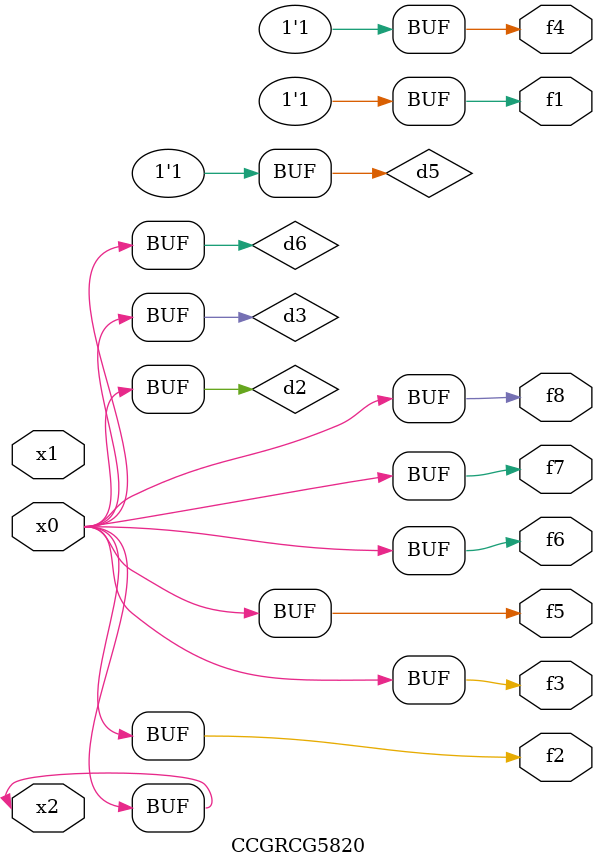
<source format=v>
module CCGRCG5820(
	input x0, x1, x2,
	output f1, f2, f3, f4, f5, f6, f7, f8
);

	wire d1, d2, d3, d4, d5, d6;

	xnor (d1, x2);
	buf (d2, x0, x2);
	and (d3, x0);
	xnor (d4, x1, x2);
	nand (d5, d1, d3);
	buf (d6, d2, d3);
	assign f1 = d5;
	assign f2 = d6;
	assign f3 = d6;
	assign f4 = d5;
	assign f5 = d6;
	assign f6 = d6;
	assign f7 = d6;
	assign f8 = d6;
endmodule

</source>
